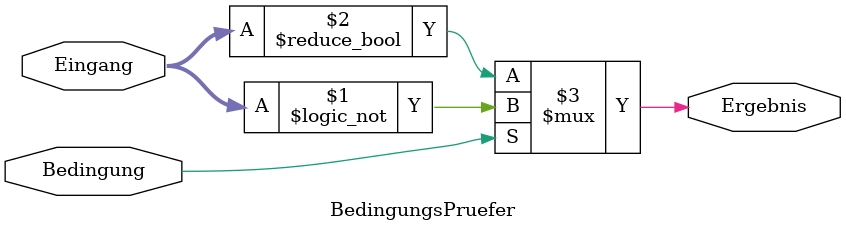
<source format=v>
module BedingungsPruefer (
    input[31:0] Eingang,
    input Bedingung,
    output Ergebnis
);

assign Ergebnis = Bedingung ? (Eingang == 32'b0):(Eingang != 32'b0);

endmodule
</source>
